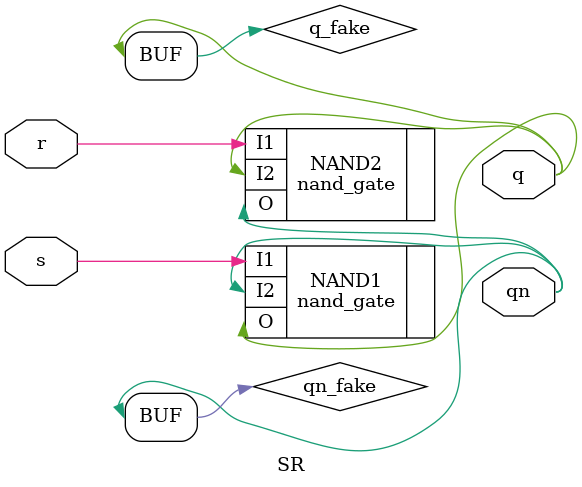
<source format=v>
`timescale 1ns / 1ps
module SR(
        input s,
        input r,
        output q,
        output qn
    );
wire q_fake;
wire qn_fake;
assign q_fake = q;
assign qn_fake = qn;    
nand_gate NAND1 (.I1(s),.I2(qn_fake),.O(q));
nand_gate NAND2 (.I1(r),.I2(q_fake),.O(qn));
endmodule

</source>
